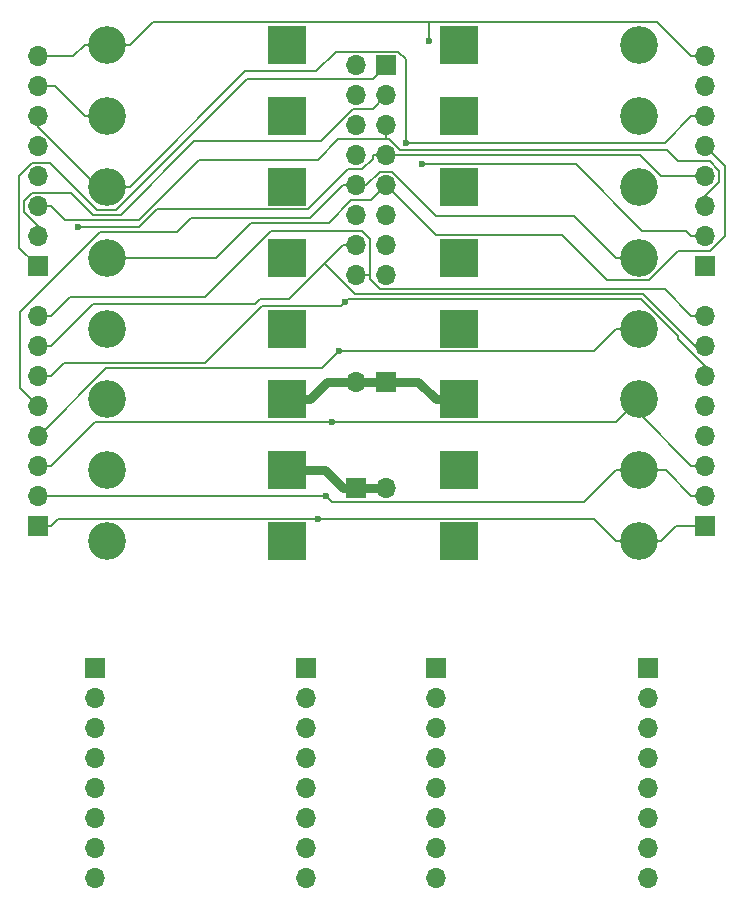
<source format=gbr>
%TF.GenerationSoftware,KiCad,Pcbnew,8.0.3*%
%TF.CreationDate,2024-07-07T19:42:47+08:00*%
%TF.ProjectId,V2.4 Mechanical Seven Segment Digit,56322e34-204d-4656-9368-616e6963616c,rev?*%
%TF.SameCoordinates,Original*%
%TF.FileFunction,Copper,L2,Bot*%
%TF.FilePolarity,Positive*%
%FSLAX46Y46*%
G04 Gerber Fmt 4.6, Leading zero omitted, Abs format (unit mm)*
G04 Created by KiCad (PCBNEW 8.0.3) date 2024-07-07 19:42:47*
%MOMM*%
%LPD*%
G01*
G04 APERTURE LIST*
%TA.AperFunction,ComponentPad*%
%ADD10R,1.700000X1.700000*%
%TD*%
%TA.AperFunction,ComponentPad*%
%ADD11O,1.700000X1.700000*%
%TD*%
%TA.AperFunction,ComponentPad*%
%ADD12R,3.200000X3.200000*%
%TD*%
%TA.AperFunction,ComponentPad*%
%ADD13O,3.200000X3.200000*%
%TD*%
%TA.AperFunction,ViaPad*%
%ADD14C,0.600000*%
%TD*%
%TA.AperFunction,Conductor*%
%ADD15C,0.200000*%
%TD*%
%TA.AperFunction,Conductor*%
%ADD16C,0.800000*%
%TD*%
G04 APERTURE END LIST*
D10*
%TO.P,J9,1,Pin_1*%
%TO.N,Net-(J11-Pin_1)*%
X147500000Y-122250000D03*
D11*
%TO.P,J9,2,Pin_2*%
%TO.N,Net-(J11-Pin_2)*%
X147500000Y-124790000D03*
%TO.P,J9,3,Pin_3*%
%TO.N,Net-(J11-Pin_3)*%
X147500000Y-127330000D03*
%TO.P,J9,4,Pin_4*%
%TO.N,Net-(J11-Pin_4)*%
X147500000Y-129870000D03*
%TO.P,J9,5,Pin_5*%
%TO.N,Net-(J11-Pin_5)*%
X147500000Y-132410000D03*
%TO.P,J9,6,Pin_6*%
%TO.N,Net-(J11-Pin_6)*%
X147500000Y-134950000D03*
%TO.P,J9,7,Pin_7*%
%TO.N,Net-(J11-Pin_7)*%
X147500000Y-137490000D03*
%TO.P,J9,8,Pin_8*%
%TO.N,Net-(J11-Pin_8)*%
X147500000Y-140030000D03*
%TD*%
D12*
%TO.P,D5,1,K*%
%TO.N,Com Anode*%
X134870000Y-99500000D03*
D13*
%TO.P,D5,2,A*%
%TO.N,Net-(D5-A)*%
X119630000Y-99500000D03*
%TD*%
D10*
%TO.P,J12,1,Pin_1*%
%TO.N,Net-(D1-A)*%
X143250000Y-71220000D03*
D11*
%TO.P,J12,2,Pin_2*%
%TO.N,Net-(D2-A)*%
X140710000Y-71220000D03*
%TO.P,J12,3,Pin_3*%
%TO.N,Net-(D3-A)*%
X143250000Y-73760000D03*
%TO.P,J12,4,Pin_4*%
%TO.N,Net-(D4-A)*%
X140710000Y-73760000D03*
%TO.P,J12,5,Pin_5*%
%TO.N,Net-(D5-A)*%
X143250000Y-76300000D03*
%TO.P,J12,6,Pin_6*%
%TO.N,Net-(D6-A)*%
X140710000Y-76300000D03*
%TO.P,J12,7,Pin_7*%
%TO.N,Net-(D7-A)*%
X143250000Y-78840000D03*
%TO.P,J12,8,Pin_8*%
%TO.N,Net-(D8-A)*%
X140710000Y-78840000D03*
%TO.P,J12,9,Pin_9*%
%TO.N,Net-(D9-A)*%
X143250000Y-81380000D03*
%TO.P,J12,10,Pin_10*%
%TO.N,Net-(D10-A)*%
X140710000Y-81380000D03*
%TO.P,J12,11,Pin_11*%
%TO.N,Net-(D11-A)*%
X143250000Y-83920000D03*
%TO.P,J12,12,Pin_12*%
%TO.N,Net-(D12-A)*%
X140710000Y-83920000D03*
%TO.P,J12,13,Pin_13*%
%TO.N,Net-(D13-A)*%
X143250000Y-86460000D03*
%TO.P,J12,14,Pin_14*%
%TO.N,Net-(D14-A)*%
X140710000Y-86460000D03*
%TO.P,J12,15,Pin_15*%
%TO.N,Net-(D15-A)*%
X143250000Y-89000000D03*
%TO.P,J12,16,Pin_16*%
%TO.N,Net-(D16-A)*%
X140710000Y-89000000D03*
%TD*%
D12*
%TO.P,D2,1,K*%
%TO.N,Com Anode*%
X149380000Y-111500000D03*
D13*
%TO.P,D2,2,A*%
%TO.N,Net-(D2-A)*%
X164620000Y-111500000D03*
%TD*%
D12*
%TO.P,D12,1,K*%
%TO.N,Com Anode*%
X149380000Y-81500000D03*
D13*
%TO.P,D12,2,A*%
%TO.N,Net-(D12-A)*%
X164620000Y-81500000D03*
%TD*%
D12*
%TO.P,D3,1,K*%
%TO.N,Com Anode*%
X134870000Y-105500000D03*
D13*
%TO.P,D3,2,A*%
%TO.N,Net-(D3-A)*%
X119630000Y-105500000D03*
%TD*%
D12*
%TO.P,D8,1,K*%
%TO.N,Com Anode*%
X149380000Y-93500000D03*
D13*
%TO.P,D8,2,A*%
%TO.N,Net-(D8-A)*%
X164620000Y-93500000D03*
%TD*%
D12*
%TO.P,D7,1,K*%
%TO.N,Com Anode*%
X134870000Y-93500000D03*
D13*
%TO.P,D7,2,A*%
%TO.N,Net-(D7-A)*%
X119630000Y-93500000D03*
%TD*%
D12*
%TO.P,D6,1,K*%
%TO.N,Com Anode*%
X149380000Y-99500000D03*
D13*
%TO.P,D6,2,A*%
%TO.N,Net-(D6-A)*%
X164620000Y-99500000D03*
%TD*%
D10*
%TO.P,J3,1,Pin_1*%
%TO.N,Com Anode*%
X143250000Y-98000000D03*
D11*
%TO.P,J3,2,Pin_2*%
X140710000Y-98000000D03*
%TD*%
D10*
%TO.P,J10,1,Pin_1*%
%TO.N,Net-(J10-Pin_1)*%
X136500000Y-122260000D03*
D11*
%TO.P,J10,2,Pin_2*%
%TO.N,Net-(J10-Pin_2)*%
X136500000Y-124800000D03*
%TO.P,J10,3,Pin_3*%
%TO.N,Net-(J10-Pin_3)*%
X136500000Y-127340000D03*
%TO.P,J10,4,Pin_4*%
%TO.N,Net-(J10-Pin_4)*%
X136500000Y-129880000D03*
%TO.P,J10,5,Pin_5*%
%TO.N,Net-(J10-Pin_5)*%
X136500000Y-132420000D03*
%TO.P,J10,6,Pin_6*%
%TO.N,Net-(J10-Pin_6)*%
X136500000Y-134960000D03*
%TO.P,J10,7,Pin_7*%
%TO.N,Net-(J10-Pin_7)*%
X136500000Y-137500000D03*
%TO.P,J10,8,Pin_8*%
%TO.N,Net-(J10-Pin_8)*%
X136500000Y-140040000D03*
%TD*%
D12*
%TO.P,D14,1,K*%
%TO.N,Com Anode*%
X149380000Y-75500000D03*
D13*
%TO.P,D14,2,A*%
%TO.N,Net-(D14-A)*%
X164620000Y-75500000D03*
%TD*%
D12*
%TO.P,D15,1,K*%
%TO.N,Com Anode*%
X134870000Y-69500000D03*
D13*
%TO.P,D15,2,A*%
%TO.N,Net-(D15-A)*%
X119630000Y-69500000D03*
%TD*%
D12*
%TO.P,D9,1,K*%
%TO.N,Com Anode*%
X134870000Y-87500000D03*
D13*
%TO.P,D9,2,A*%
%TO.N,Net-(D9-A)*%
X119630000Y-87500000D03*
%TD*%
D12*
%TO.P,D11,1,K*%
%TO.N,Com Anode*%
X134870000Y-81500000D03*
D13*
%TO.P,D11,2,A*%
%TO.N,Net-(D11-A)*%
X119630000Y-81500000D03*
%TD*%
D10*
%TO.P,J8,1,Pin_1*%
%TO.N,Net-(J10-Pin_1)*%
X118600000Y-122260000D03*
D11*
%TO.P,J8,2,Pin_2*%
%TO.N,Net-(J10-Pin_2)*%
X118600000Y-124800000D03*
%TO.P,J8,3,Pin_3*%
%TO.N,Net-(J10-Pin_3)*%
X118600000Y-127340000D03*
%TO.P,J8,4,Pin_4*%
%TO.N,Net-(J10-Pin_4)*%
X118600000Y-129880000D03*
%TO.P,J8,5,Pin_5*%
%TO.N,Net-(J10-Pin_5)*%
X118600000Y-132420000D03*
%TO.P,J8,6,Pin_6*%
%TO.N,Net-(J10-Pin_6)*%
X118600000Y-134960000D03*
%TO.P,J8,7,Pin_7*%
%TO.N,Net-(J10-Pin_7)*%
X118600000Y-137500000D03*
%TO.P,J8,8,Pin_8*%
%TO.N,Net-(J10-Pin_8)*%
X118600000Y-140040000D03*
%TD*%
D12*
%TO.P,D4,1,K*%
%TO.N,Com Anode*%
X149380000Y-105500000D03*
D13*
%TO.P,D4,2,A*%
%TO.N,Net-(D4-A)*%
X164620000Y-105500000D03*
%TD*%
D12*
%TO.P,D10,1,K*%
%TO.N,Com Anode*%
X149380000Y-87500000D03*
D13*
%TO.P,D10,2,A*%
%TO.N,Net-(D10-A)*%
X164620000Y-87500000D03*
%TD*%
D10*
%TO.P,J11,1,Pin_1*%
%TO.N,Net-(J11-Pin_1)*%
X165400000Y-122250000D03*
D11*
%TO.P,J11,2,Pin_2*%
%TO.N,Net-(J11-Pin_2)*%
X165400000Y-124790000D03*
%TO.P,J11,3,Pin_3*%
%TO.N,Net-(J11-Pin_3)*%
X165400000Y-127330000D03*
%TO.P,J11,4,Pin_4*%
%TO.N,Net-(J11-Pin_4)*%
X165400000Y-129870000D03*
%TO.P,J11,5,Pin_5*%
%TO.N,Net-(J11-Pin_5)*%
X165400000Y-132410000D03*
%TO.P,J11,6,Pin_6*%
%TO.N,Net-(J11-Pin_6)*%
X165400000Y-134950000D03*
%TO.P,J11,7,Pin_7*%
%TO.N,Net-(J11-Pin_7)*%
X165400000Y-137490000D03*
%TO.P,J11,8,Pin_8*%
%TO.N,Net-(J11-Pin_8)*%
X165400000Y-140030000D03*
%TD*%
D12*
%TO.P,D1,1,K*%
%TO.N,Com Anode*%
X134870000Y-111500000D03*
D13*
%TO.P,D1,2,A*%
%TO.N,Net-(D1-A)*%
X119630000Y-111500000D03*
%TD*%
D12*
%TO.P,D16,1,K*%
%TO.N,Com Anode*%
X149380000Y-69500000D03*
D13*
%TO.P,D16,2,A*%
%TO.N,Net-(D16-A)*%
X164620000Y-69500000D03*
%TD*%
D12*
%TO.P,D13,1,K*%
%TO.N,Com Anode*%
X134870000Y-75500000D03*
D13*
%TO.P,D13,2,A*%
%TO.N,Net-(D13-A)*%
X119630000Y-75500000D03*
%TD*%
D10*
%TO.P,J6,1,Pin_1*%
%TO.N,Net-(D1-A)*%
X170250000Y-88230000D03*
D11*
%TO.P,J6,2,Pin_2*%
%TO.N,Net-(D3-A)*%
X170250000Y-85690000D03*
%TO.P,J6,3,Pin_3*%
%TO.N,Net-(D5-A)*%
X170250000Y-83150000D03*
%TO.P,J6,4,Pin_4*%
%TO.N,Net-(D7-A)*%
X170250000Y-80610000D03*
%TO.P,J6,5,Pin_5*%
%TO.N,Net-(D9-A)*%
X170250000Y-78070000D03*
%TO.P,J6,6,Pin_6*%
%TO.N,Net-(D11-A)*%
X170250000Y-75530000D03*
%TO.P,J6,7,Pin_7*%
%TO.N,Net-(D13-A)*%
X170250000Y-72990000D03*
%TO.P,J6,8,Pin_8*%
%TO.N,Net-(D15-A)*%
X170250000Y-70450000D03*
%TD*%
D10*
%TO.P,J5,1,Pin_1*%
%TO.N,Com Anode*%
X140710000Y-107025000D03*
D11*
%TO.P,J5,2,Pin_2*%
X143250000Y-107025000D03*
%TD*%
D10*
%TO.P,J2,1,Pin_1*%
%TO.N,Net-(D2-A)*%
X113750000Y-110200000D03*
D11*
%TO.P,J2,2,Pin_2*%
%TO.N,Net-(D4-A)*%
X113750000Y-107660000D03*
%TO.P,J2,3,Pin_3*%
%TO.N,Net-(D6-A)*%
X113750000Y-105120000D03*
%TO.P,J2,4,Pin_4*%
%TO.N,Net-(D8-A)*%
X113750000Y-102580000D03*
%TO.P,J2,5,Pin_5*%
%TO.N,Net-(D10-A)*%
X113750000Y-100040000D03*
%TO.P,J2,6,Pin_6*%
%TO.N,Net-(D12-A)*%
X113750000Y-97500000D03*
%TO.P,J2,7,Pin_7*%
%TO.N,Net-(D14-A)*%
X113750000Y-94960000D03*
%TO.P,J2,8,Pin_8*%
%TO.N,Net-(D16-A)*%
X113750000Y-92420000D03*
%TD*%
D10*
%TO.P,J1,1,Pin_1*%
%TO.N,Net-(D1-A)*%
X113750000Y-88240000D03*
D11*
%TO.P,J1,2,Pin_2*%
%TO.N,Net-(D3-A)*%
X113750000Y-85700000D03*
%TO.P,J1,3,Pin_3*%
%TO.N,Net-(D5-A)*%
X113750000Y-83160000D03*
%TO.P,J1,4,Pin_4*%
%TO.N,Net-(D7-A)*%
X113750000Y-80620000D03*
%TO.P,J1,5,Pin_5*%
%TO.N,Net-(D9-A)*%
X113750000Y-78080000D03*
%TO.P,J1,6,Pin_6*%
%TO.N,Net-(D11-A)*%
X113750000Y-75540000D03*
%TO.P,J1,7,Pin_7*%
%TO.N,Net-(D13-A)*%
X113750000Y-73000000D03*
%TO.P,J1,8,Pin_8*%
%TO.N,Net-(D15-A)*%
X113750000Y-70460000D03*
%TD*%
D10*
%TO.P,J7,1,Pin_1*%
%TO.N,Net-(D2-A)*%
X170250000Y-110200000D03*
D11*
%TO.P,J7,2,Pin_2*%
%TO.N,Net-(D4-A)*%
X170250000Y-107660000D03*
%TO.P,J7,3,Pin_3*%
%TO.N,Net-(D6-A)*%
X170250000Y-105120000D03*
%TO.P,J7,4,Pin_4*%
%TO.N,Net-(D8-A)*%
X170250000Y-102580000D03*
%TO.P,J7,5,Pin_5*%
%TO.N,Net-(D10-A)*%
X170250000Y-100040000D03*
%TO.P,J7,6,Pin_6*%
%TO.N,Net-(D12-A)*%
X170250000Y-97500000D03*
%TO.P,J7,7,Pin_7*%
%TO.N,Net-(D14-A)*%
X170250000Y-94960000D03*
%TO.P,J7,8,Pin_8*%
%TO.N,Net-(D16-A)*%
X170250000Y-92420000D03*
%TD*%
D14*
%TO.N,Net-(D2-A)*%
X137486400Y-109598300D03*
%TO.N,Net-(D3-A)*%
X146277300Y-79562200D03*
%TO.N,Net-(D4-A)*%
X138145000Y-107660000D03*
%TO.N,Net-(D6-A)*%
X138666500Y-101400000D03*
%TO.N,Net-(D7-A)*%
X117166300Y-84900100D03*
%TO.N,Net-(D8-A)*%
X139286000Y-95413000D03*
%TO.N,Net-(D11-A)*%
X144906700Y-77750900D03*
%TO.N,Net-(D12-A)*%
X139750000Y-91250000D03*
%TO.N,Net-(D15-A)*%
X146889500Y-69164200D03*
%TD*%
D15*
%TO.N,Net-(D1-A)*%
X142098300Y-72371700D02*
X131447700Y-72371700D01*
X120396200Y-83423200D02*
X118738100Y-83423200D01*
X112151900Y-86641900D02*
X113750000Y-88240000D01*
X131447700Y-72371700D02*
X120396200Y-83423200D01*
X114772300Y-79457400D02*
X113270800Y-79457400D01*
X143250000Y-71220000D02*
X142098300Y-72371700D01*
X112151900Y-80576300D02*
X112151900Y-86641900D01*
X118738100Y-83423200D02*
X114772300Y-79457400D01*
X113270800Y-79457400D02*
X112151900Y-80576300D01*
D16*
%TO.N,Com Anode*%
X134870000Y-99500000D02*
X136771700Y-99500000D01*
X139558300Y-107025000D02*
X138033300Y-105500000D01*
X138033300Y-105500000D02*
X136771700Y-105500000D01*
X149380000Y-99500000D02*
X147478300Y-99500000D01*
X143250000Y-107025000D02*
X140710000Y-107025000D01*
X134870000Y-105500000D02*
X136771700Y-105500000D01*
X143250000Y-98000000D02*
X145978300Y-98000000D01*
X140710000Y-98000000D02*
X143250000Y-98000000D01*
X140710000Y-98000000D02*
X139558300Y-98000000D01*
X139558300Y-98000000D02*
X138271700Y-98000000D01*
X145978300Y-98000000D02*
X147478300Y-99500000D01*
X140710000Y-107025000D02*
X139558300Y-107025000D01*
X138271700Y-98000000D02*
X136771700Y-99500000D01*
D15*
%TO.N,Net-(D2-A)*%
X167821700Y-110200000D02*
X166521700Y-111500000D01*
X113750000Y-110200000D02*
X114901700Y-110200000D01*
X160816600Y-109598300D02*
X162718300Y-111500000D01*
X164620000Y-111500000D02*
X166521700Y-111500000D01*
X115503400Y-109598300D02*
X137486400Y-109598300D01*
X137486400Y-109598300D02*
X160816600Y-109598300D01*
X170250000Y-110200000D02*
X167821700Y-110200000D01*
X164620000Y-111500000D02*
X162718300Y-111500000D01*
X114901700Y-110200000D02*
X115503400Y-109598300D01*
%TO.N,Net-(D3-A)*%
X142098300Y-74911700D02*
X140430500Y-74911700D01*
X120768500Y-83850600D02*
X118445900Y-83850600D01*
X118445900Y-83850600D02*
X116597000Y-82001700D01*
X113273500Y-82001700D02*
X112576700Y-82698500D01*
X137725800Y-77616400D02*
X127002700Y-77616400D01*
X140430500Y-74911700D02*
X137725800Y-77616400D01*
X169098300Y-85690000D02*
X168620900Y-85212600D01*
X170250000Y-85690000D02*
X169098300Y-85690000D01*
X164932600Y-85212600D02*
X159282200Y-79562200D01*
X168620900Y-85212600D02*
X164932600Y-85212600D01*
X112576700Y-82698500D02*
X112576700Y-83643500D01*
X113750000Y-84816800D02*
X113750000Y-85700000D01*
X116597000Y-82001700D02*
X113273500Y-82001700D01*
X127002700Y-77616400D02*
X120768500Y-83850600D01*
X143250000Y-73760000D02*
X142098300Y-74911700D01*
X112576700Y-83643500D02*
X113750000Y-84816800D01*
X159282200Y-79562200D02*
X146277300Y-79562200D01*
%TO.N,Net-(D4-A)*%
X113750000Y-107660000D02*
X114901700Y-107660000D01*
X162718300Y-105500000D02*
X160034100Y-108184200D01*
X138669200Y-108184200D02*
X138145000Y-107660000D01*
X169098300Y-107660000D02*
X166938300Y-105500000D01*
X166938300Y-105500000D02*
X164620000Y-105500000D01*
X170250000Y-107660000D02*
X169098300Y-107660000D01*
X164620000Y-105500000D02*
X162718300Y-105500000D01*
X114901700Y-107660000D02*
X138145000Y-107660000D01*
X160034100Y-108184200D02*
X138669200Y-108184200D01*
%TO.N,Net-(D5-A)*%
X114901700Y-83160000D02*
X116019700Y-84278000D01*
X143250000Y-76300000D02*
X143250000Y-77451700D01*
X144401700Y-78362900D02*
X143490500Y-77451700D01*
X113750000Y-83160000D02*
X114901700Y-83160000D01*
X137450300Y-79193800D02*
X139192400Y-77451700D01*
X170250000Y-82286200D02*
X171448900Y-81087300D01*
X167967900Y-79340000D02*
X166990900Y-78363000D01*
X170629400Y-79340000D02*
X167967900Y-79340000D01*
X170250000Y-83150000D02*
X170250000Y-82286200D01*
X166990900Y-78363000D02*
X144401700Y-78363000D01*
X144401700Y-78363000D02*
X144401700Y-78362900D01*
X122322500Y-84278000D02*
X127406700Y-79193800D01*
X143490500Y-77451700D02*
X143250000Y-77451700D01*
X116019700Y-84278000D02*
X122322500Y-84278000D01*
X127406700Y-79193800D02*
X137450300Y-79193800D01*
X139192400Y-77451700D02*
X143250000Y-77451700D01*
X171448900Y-80159500D02*
X170629400Y-79340000D01*
X171448900Y-81087300D02*
X171448900Y-80159500D01*
%TO.N,Net-(D6-A)*%
X138668200Y-101401700D02*
X162718300Y-101401700D01*
X138664800Y-101401700D02*
X118620000Y-101401700D01*
X118620000Y-101401700D02*
X114901700Y-105120000D01*
X138666500Y-101400000D02*
X138668200Y-101401700D01*
X138666500Y-101400000D02*
X138664800Y-101401700D01*
X162718300Y-101401700D02*
X164620000Y-99500000D01*
X164620000Y-100641700D02*
X164620000Y-99500000D01*
X113750000Y-105120000D02*
X114901700Y-105120000D01*
X169098300Y-105120000D02*
X164620000Y-100641700D01*
X170250000Y-105120000D02*
X169098300Y-105120000D01*
%TO.N,Net-(D7-A)*%
X117166300Y-84900100D02*
X122336900Y-84900100D01*
X143825900Y-78840000D02*
X144401700Y-78840000D01*
X139996700Y-80000000D02*
X141226200Y-80000000D01*
X141226200Y-80000000D02*
X142098300Y-79127900D01*
X142098300Y-78840000D02*
X143250000Y-78840000D01*
X123833800Y-83403200D02*
X136593500Y-83403200D01*
X142098300Y-79127900D02*
X142098300Y-78840000D01*
X143825900Y-78840000D02*
X143250000Y-78840000D01*
X144401700Y-78840000D02*
X164708400Y-78840000D01*
X136593500Y-83403200D02*
X139996700Y-80000000D01*
X164708400Y-78840000D02*
X166478400Y-80610000D01*
X122336900Y-84900100D02*
X123833800Y-83403200D01*
X166478400Y-80610000D02*
X170250000Y-80610000D01*
%TO.N,Net-(D8-A)*%
X160805300Y-95413000D02*
X139286000Y-95413000D01*
X113822000Y-102580000D02*
X119547700Y-96854300D01*
X137844700Y-96854300D02*
X139286000Y-95413000D01*
X113750000Y-102580000D02*
X113822000Y-102580000D01*
X119547700Y-96854300D02*
X137844700Y-96854300D01*
X164620000Y-93500000D02*
X162718300Y-93500000D01*
X162718300Y-93500000D02*
X160805300Y-95413000D01*
%TO.N,Net-(D9-A)*%
X158137300Y-85598300D02*
X161941800Y-89402800D01*
X138409800Y-84538500D02*
X140298300Y-82650000D01*
X147468300Y-85598300D02*
X158137300Y-85598300D01*
X119630000Y-87500000D02*
X128820200Y-87500000D01*
X131781700Y-84538500D02*
X138409800Y-84538500D01*
X161941800Y-89402800D02*
X165487000Y-89402800D01*
X143250000Y-81380000D02*
X147468300Y-85598300D01*
X170633500Y-86937400D02*
X171899300Y-85671600D01*
X141980000Y-82650000D02*
X143250000Y-81380000D01*
X171899300Y-79719300D02*
X170250000Y-78070000D01*
X140298300Y-82650000D02*
X141980000Y-82650000D01*
X165487000Y-89402800D02*
X167952400Y-86937400D01*
X167952400Y-86937400D02*
X170633500Y-86937400D01*
X128820200Y-87500000D02*
X131781700Y-84538500D01*
X171899300Y-85671600D02*
X171899300Y-79719300D01*
%TO.N,Net-(D10-A)*%
X159161800Y-83943500D02*
X162718300Y-87500000D01*
X147446600Y-83943500D02*
X159161800Y-83943500D01*
X141573800Y-81380000D02*
X142745400Y-80208400D01*
X112250000Y-98540000D02*
X112250000Y-92097300D01*
X162718300Y-87500000D02*
X164620000Y-87500000D01*
X142745400Y-80208400D02*
X143711500Y-80208400D01*
X140710000Y-81380000D02*
X141573800Y-81380000D01*
X113750000Y-100040000D02*
X112250000Y-98540000D01*
X112250000Y-92097300D02*
X119038800Y-85308500D01*
X136826700Y-84111600D02*
X139558300Y-81380000D01*
X143711500Y-80208400D02*
X147446600Y-83943500D01*
X125515500Y-85308500D02*
X126712400Y-84111600D01*
X126712400Y-84111600D02*
X136826700Y-84111600D01*
X119038800Y-85308500D02*
X125515500Y-85308500D01*
X139558300Y-81380000D02*
X140710000Y-81380000D01*
%TO.N,Net-(D11-A)*%
X166877400Y-77750900D02*
X169098300Y-75530000D01*
X119630000Y-81500000D02*
X121531700Y-81500000D01*
X138986700Y-70058400D02*
X137348500Y-71696600D01*
X131335100Y-71696600D02*
X121531700Y-81500000D01*
X144906700Y-77750900D02*
X144906700Y-70694700D01*
X137348500Y-71696600D02*
X131335100Y-71696600D01*
X144906700Y-77750900D02*
X166877400Y-77750900D01*
X118826200Y-81500000D02*
X119630000Y-81500000D01*
X113750000Y-75540000D02*
X113750000Y-76423800D01*
X144906700Y-70694700D02*
X144270400Y-70058400D01*
X170250000Y-75530000D02*
X169098300Y-75530000D01*
X144270400Y-70058400D02*
X138986700Y-70058400D01*
X113750000Y-76423800D02*
X118826200Y-81500000D01*
%TO.N,Net-(D12-A)*%
X132751900Y-91598200D02*
X127897500Y-96452600D01*
X115949100Y-96452600D02*
X114901700Y-97500000D01*
X167948400Y-94403900D02*
X170250000Y-96705500D01*
X139750000Y-91250000D02*
X140021900Y-90978100D01*
X170250000Y-96705500D02*
X170250000Y-97500000D01*
X114901700Y-97500000D02*
X113750000Y-97500000D01*
X167948400Y-94107000D02*
X167948400Y-94403900D01*
X164819500Y-90978100D02*
X167948400Y-94107000D01*
X127897500Y-96452600D02*
X115949100Y-96452600D01*
X139750000Y-91250000D02*
X139401800Y-91598200D01*
X140021900Y-90978100D02*
X164819500Y-90978100D01*
X139401800Y-91598200D02*
X132751900Y-91598200D01*
%TO.N,Net-(D13-A)*%
X113750000Y-73000000D02*
X115228300Y-73000000D01*
X115228300Y-73000000D02*
X117728300Y-75500000D01*
X119630000Y-75500000D02*
X117728300Y-75500000D01*
%TO.N,Net-(D14-A)*%
X132184000Y-91398300D02*
X118463400Y-91398300D01*
X135021700Y-90996600D02*
X132585700Y-90996600D01*
X169382300Y-94960000D02*
X164998700Y-90576400D01*
X164998700Y-90576400D02*
X140576400Y-90576400D01*
X138044200Y-87974100D02*
X139558300Y-86460000D01*
X140576400Y-90576400D02*
X138044200Y-88044200D01*
X113750000Y-94960000D02*
X114901700Y-94960000D01*
X170250000Y-94960000D02*
X169382300Y-94960000D01*
X118463400Y-91398300D02*
X114901700Y-94960000D01*
X140710000Y-86460000D02*
X139558300Y-86460000D01*
X138044200Y-88044200D02*
X138044200Y-87974100D01*
X138044200Y-87974100D02*
X135021700Y-90996600D01*
X132585700Y-90996600D02*
X132184000Y-91398300D01*
%TO.N,Net-(D15-A)*%
X146889500Y-67566800D02*
X166215100Y-67566800D01*
X113750000Y-70460000D02*
X116768300Y-70460000D01*
X119630000Y-69500000D02*
X121531700Y-69500000D01*
X166215100Y-67566800D02*
X169098300Y-70450000D01*
X119630000Y-69500000D02*
X117728300Y-69500000D01*
X123464900Y-67566800D02*
X146889500Y-67566800D01*
X116768300Y-70460000D02*
X117728300Y-69500000D01*
X121531700Y-69500000D02*
X123464900Y-67566800D01*
X146889500Y-67566800D02*
X146889500Y-69164200D01*
X170250000Y-70450000D02*
X169098300Y-70450000D01*
%TO.N,Net-(D16-A)*%
X142767900Y-90174700D02*
X141861700Y-89268500D01*
X127874600Y-90866600D02*
X116455100Y-90866600D01*
X140710000Y-89000000D02*
X141861700Y-89000000D01*
X170250000Y-92420000D02*
X169098300Y-92420000D01*
X141861700Y-89268500D02*
X141861700Y-89000000D01*
X133491300Y-85249900D02*
X127874600Y-90866600D01*
X116455100Y-90866600D02*
X114901700Y-92420000D01*
X141188200Y-85249900D02*
X133491300Y-85249900D01*
X166853000Y-90174700D02*
X142767900Y-90174700D01*
X169098300Y-92420000D02*
X166853000Y-90174700D01*
X141861700Y-85923400D02*
X141188200Y-85249900D01*
X113750000Y-92420000D02*
X114901700Y-92420000D01*
X141861700Y-89000000D02*
X141861700Y-85923400D01*
%TD*%
M02*

</source>
